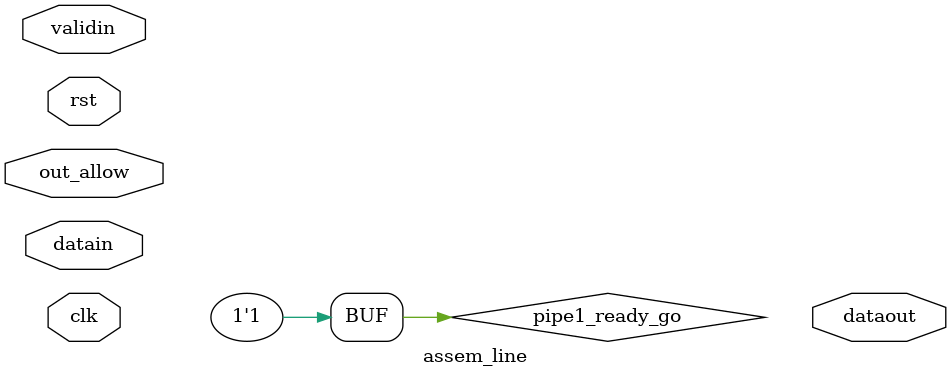
<source format=v>
module assem_line#(
	parameter WIDTH=100
)(
	input clk,
	input rst,
	input validin,
	input [WIDTH-1:0]datain,
	input out_allow,
	output [WIDTH-1:0]dataout
);
reg pipe1_valid;
reg [WIDTH-1:0]pipe1_data;
reg pipe2_valid;
reg [WIDTH-1:0]pipe2_data;
reg pipe3_valid;
reg [WIDTH-1:0]pipe3_data;

//pipeline statge1
wire pipe1_allowin;
wire pipe1_ready_go;
wire pipe1_to_pipe2_valid;
assign pipe1_ready_go=1;
assign pipe1_allowin=!pipe1_valid||pipe1_ready_go&&pip2_allowin;
assign pipe1_to_pipe2_valid=pipe1_valid&&pipe1_ready_go;
always @(posedge clk)begin
	if(rst)begin
		pipe1_valid<=1'b0;
	end
	else if(pipe1_allowin)begin
		pipe1_valid<=validin;
	end
	if(validin&&pipe1_allowin)begin
		pipe1_data<=datain;
	end
end
endmodule

</source>
